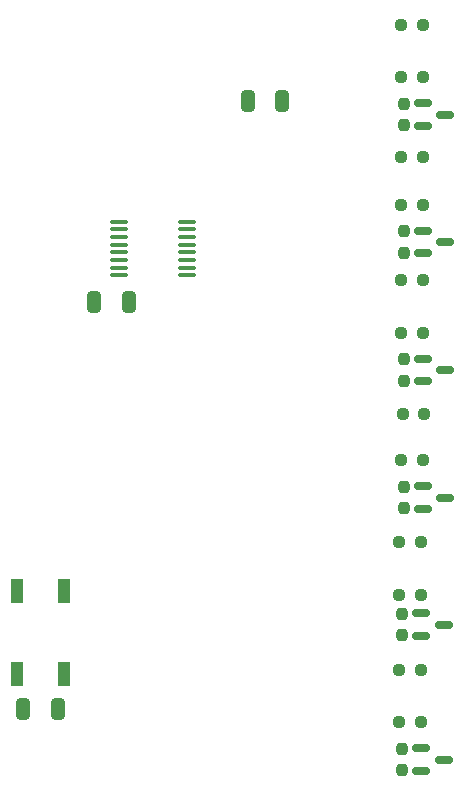
<source format=gbr>
%TF.GenerationSoftware,KiCad,Pcbnew,(6.0.9)*%
%TF.CreationDate,2023-01-21T09:36:01-09:00*%
%TF.ProjectId,CONTROLLER_Throttle,434f4e54-524f-44c4-9c45-525f5468726f,rev?*%
%TF.SameCoordinates,Original*%
%TF.FileFunction,Paste,Top*%
%TF.FilePolarity,Positive*%
%FSLAX46Y46*%
G04 Gerber Fmt 4.6, Leading zero omitted, Abs format (unit mm)*
G04 Created by KiCad (PCBNEW (6.0.9)) date 2023-01-21 09:36:01*
%MOMM*%
%LPD*%
G01*
G04 APERTURE LIST*
G04 Aperture macros list*
%AMRoundRect*
0 Rectangle with rounded corners*
0 $1 Rounding radius*
0 $2 $3 $4 $5 $6 $7 $8 $9 X,Y pos of 4 corners*
0 Add a 4 corners polygon primitive as box body*
4,1,4,$2,$3,$4,$5,$6,$7,$8,$9,$2,$3,0*
0 Add four circle primitives for the rounded corners*
1,1,$1+$1,$2,$3*
1,1,$1+$1,$4,$5*
1,1,$1+$1,$6,$7*
1,1,$1+$1,$8,$9*
0 Add four rect primitives between the rounded corners*
20,1,$1+$1,$2,$3,$4,$5,0*
20,1,$1+$1,$4,$5,$6,$7,0*
20,1,$1+$1,$6,$7,$8,$9,0*
20,1,$1+$1,$8,$9,$2,$3,0*%
G04 Aperture macros list end*
%ADD10R,1.000000X2.000000*%
%ADD11RoundRect,0.150000X-0.587500X-0.150000X0.587500X-0.150000X0.587500X0.150000X-0.587500X0.150000X0*%
%ADD12RoundRect,0.237500X-0.250000X-0.237500X0.250000X-0.237500X0.250000X0.237500X-0.250000X0.237500X0*%
%ADD13RoundRect,0.237500X-0.237500X0.250000X-0.237500X-0.250000X0.237500X-0.250000X0.237500X0.250000X0*%
%ADD14RoundRect,0.100000X0.637500X0.100000X-0.637500X0.100000X-0.637500X-0.100000X0.637500X-0.100000X0*%
%ADD15RoundRect,0.250000X0.325000X0.650000X-0.325000X0.650000X-0.325000X-0.650000X0.325000X-0.650000X0*%
%ADD16RoundRect,0.250000X-0.325000X-0.650000X0.325000X-0.650000X0.325000X0.650000X-0.325000X0.650000X0*%
G04 APERTURE END LIST*
D10*
%TO.C,SW1*%
X2000000Y-57000000D03*
X2000000Y-50000000D03*
X6000000Y-57000000D03*
X6000000Y-50000000D03*
%TD*%
D11*
%TO.C,Q4*%
X36238000Y-63326000D03*
X36238000Y-65226000D03*
X38113000Y-64276000D03*
%TD*%
%TO.C,Q2*%
X36238000Y-51896000D03*
X36238000Y-53796000D03*
X38113000Y-52846000D03*
%TD*%
%TO.C,Q12*%
X36394500Y-41146000D03*
X36394500Y-43046000D03*
X38269500Y-42096000D03*
%TD*%
%TO.C,Q11*%
X36394500Y-30351000D03*
X36394500Y-32251000D03*
X38269500Y-31301000D03*
%TD*%
%TO.C,Q8*%
X36394500Y-19516000D03*
X36394500Y-21416000D03*
X38269500Y-20466000D03*
%TD*%
%TO.C,Q7*%
X36394500Y-8721000D03*
X36394500Y-10621000D03*
X38269500Y-9671000D03*
%TD*%
D12*
%TO.C,R4*%
X34358000Y-61101000D03*
X36183000Y-61101000D03*
%TD*%
D13*
%TO.C,R2*%
X34635500Y-51933500D03*
X34635500Y-53758500D03*
%TD*%
D12*
%TO.C,R3*%
X34358000Y-45861000D03*
X36183000Y-45861000D03*
%TD*%
D13*
%TO.C,R5*%
X34635500Y-63363500D03*
X34635500Y-65188500D03*
%TD*%
D12*
%TO.C,R1*%
X34358000Y-50306000D03*
X36183000Y-50306000D03*
%TD*%
%TO.C,R6*%
X34358000Y-56656000D03*
X36183000Y-56656000D03*
%TD*%
%TO.C,R18*%
X34641500Y-34984000D03*
X36466500Y-34984000D03*
%TD*%
%TO.C,R17*%
X34514500Y-23681000D03*
X36339500Y-23681000D03*
%TD*%
D13*
%TO.C,R16*%
X34792000Y-41183500D03*
X34792000Y-43008500D03*
%TD*%
%TO.C,R15*%
X34792000Y-30388500D03*
X34792000Y-32213500D03*
%TD*%
D12*
%TO.C,R14*%
X34514500Y-38921000D03*
X36339500Y-38921000D03*
%TD*%
%TO.C,R13*%
X34514500Y-28126000D03*
X36339500Y-28126000D03*
%TD*%
%TO.C,R12*%
X34514500Y-13227000D03*
X36339500Y-13227000D03*
%TD*%
%TO.C,R11*%
X34514500Y-2051000D03*
X36339500Y-2051000D03*
%TD*%
D13*
%TO.C,R10*%
X34792000Y-19553500D03*
X34792000Y-21378500D03*
%TD*%
%TO.C,R9*%
X34792000Y-8758500D03*
X34792000Y-10583500D03*
%TD*%
D12*
%TO.C,R8*%
X34514500Y-17291000D03*
X36339500Y-17291000D03*
%TD*%
%TO.C,R7*%
X34514500Y-6496000D03*
X36339500Y-6496000D03*
%TD*%
D14*
%TO.C,U2*%
X16362500Y-23275000D03*
X16362500Y-22625000D03*
X16362500Y-21975000D03*
X16362500Y-21325000D03*
X16362500Y-20675000D03*
X16362500Y-20025000D03*
X16362500Y-19375000D03*
X16362500Y-18725000D03*
X10637500Y-18725000D03*
X10637500Y-19375000D03*
X10637500Y-20025000D03*
X10637500Y-20675000D03*
X10637500Y-21325000D03*
X10637500Y-21975000D03*
X10637500Y-22625000D03*
X10637500Y-23275000D03*
%TD*%
D15*
%TO.C,C2*%
X5475000Y-60000000D03*
X2525000Y-60000000D03*
%TD*%
D16*
%TO.C,C1*%
X8525000Y-25500000D03*
X11475000Y-25500000D03*
%TD*%
D15*
%TO.C,C3*%
X24475000Y-8500000D03*
X21525000Y-8500000D03*
%TD*%
M02*

</source>
